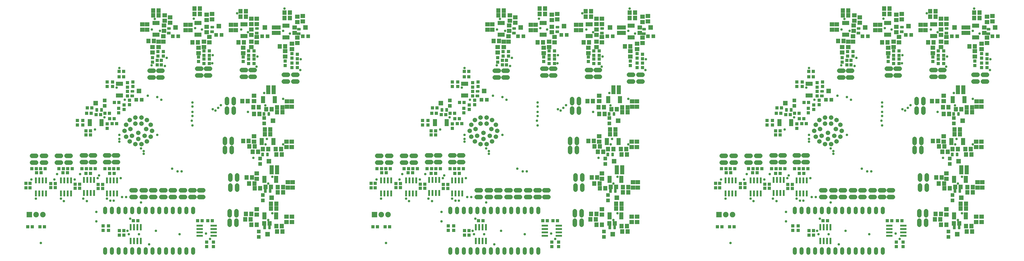
<source format=gbr>
G04 EAGLE Gerber RS-274X export*
G75*
%MOMM*%
%FSLAX34Y34*%
%LPD*%
%INSoldermask Top*%
%IPPOS*%
%AMOC8*
5,1,8,0,0,1.08239X$1,22.5*%
G01*
%ADD10R,1.203200X1.303200*%
%ADD11R,1.303200X1.203200*%
%ADD12R,1.603200X1.703200*%
%ADD13R,1.703200X1.603200*%
%ADD14C,1.727200*%
%ADD15R,1.403200X1.003200*%
%ADD16C,0.441406*%
%ADD17R,1.003200X1.403200*%
%ADD18R,2.082800X2.082800*%
%ADD19C,2.082800*%
%ADD20R,1.703200X1.803200*%
%ADD21R,1.403200X1.403200*%
%ADD22R,1.803200X1.703200*%
%ADD23C,1.511200*%
%ADD24R,1.600200X0.635000*%
%ADD25R,0.635000X1.600200*%
%ADD26R,0.803200X2.403200*%
%ADD27R,2.403200X0.803200*%
%ADD28R,0.736600X2.184400*%
%ADD29C,1.711200*%
%ADD30C,0.959600*%


D10*
X438150Y90560D03*
X438150Y107560D03*
X264160Y521580D03*
X264160Y504580D03*
D11*
X351400Y543560D03*
X334400Y543560D03*
D10*
X396240Y666360D03*
X396240Y649360D03*
X381000Y125340D03*
X381000Y108340D03*
X360680Y125340D03*
X360680Y108340D03*
D11*
X127880Y325120D03*
X110880Y325120D03*
D10*
X71120Y285360D03*
X71120Y268360D03*
X86360Y285360D03*
X86360Y268360D03*
X421640Y90560D03*
X421640Y107560D03*
D12*
X980350Y628650D03*
X1000850Y628650D03*
D13*
X1068070Y572680D03*
X1068070Y593180D03*
D12*
X972730Y563880D03*
X993230Y563880D03*
X980350Y645160D03*
X1000850Y645160D03*
D10*
X579120Y747640D03*
X579120Y730640D03*
X563880Y747640D03*
X563880Y730640D03*
D13*
X508000Y862240D03*
X508000Y882740D03*
D12*
X569050Y934720D03*
X548550Y934720D03*
D11*
X94860Y121920D03*
X77860Y121920D03*
D13*
X589280Y858430D03*
X589280Y878930D03*
X525780Y882740D03*
X525780Y862240D03*
D11*
X226940Y325120D03*
X209940Y325120D03*
X181220Y284480D03*
X164220Y284480D03*
X181220Y269240D03*
X164220Y269240D03*
D12*
X967650Y487680D03*
X988150Y487680D03*
D13*
X1068070Y421550D03*
X1068070Y442050D03*
D12*
X960030Y414020D03*
X980530Y414020D03*
D11*
X123580Y121920D03*
X140580Y121920D03*
D12*
X967650Y469900D03*
X988150Y469900D03*
D10*
X759460Y752720D03*
X759460Y735720D03*
X739140Y752720D03*
X739140Y735720D03*
D13*
X670560Y860970D03*
X670560Y881470D03*
D12*
X723990Y942340D03*
X703490Y942340D03*
D13*
X749300Y853350D03*
X749300Y873850D03*
X688340Y881470D03*
X688340Y860970D03*
D11*
X313300Y322580D03*
X296300Y322580D03*
X272660Y266700D03*
X255660Y266700D03*
X272660Y281940D03*
X255660Y281940D03*
X313300Y467360D03*
X296300Y467360D03*
D12*
X993050Y344170D03*
X1013550Y344170D03*
D13*
X1071880Y269150D03*
X1071880Y289650D03*
D12*
X970190Y271780D03*
X990690Y271780D03*
X993050Y327660D03*
X1013550Y327660D03*
D10*
X906780Y752720D03*
X906780Y735720D03*
X927100Y752720D03*
X927100Y735720D03*
D13*
X858520Y860970D03*
X858520Y881470D03*
D12*
X896710Y932180D03*
X876210Y932180D03*
D11*
X437760Y706120D03*
X420760Y706120D03*
D13*
X916940Y843190D03*
X916940Y863690D03*
X840740Y881470D03*
X840740Y860970D03*
D11*
X402200Y322580D03*
X385200Y322580D03*
X359020Y265430D03*
X342020Y265430D03*
X359020Y280670D03*
X342020Y280670D03*
D12*
X990510Y208280D03*
X1011010Y208280D03*
D13*
X1069340Y139610D03*
X1069340Y160110D03*
D12*
X965110Y134620D03*
X985610Y134620D03*
D10*
X452120Y613800D03*
X452120Y630800D03*
D12*
X990510Y190500D03*
X1011010Y190500D03*
D10*
X1089660Y737480D03*
X1089660Y720480D03*
X1069340Y737480D03*
X1069340Y720480D03*
D13*
X1018540Y850810D03*
X1018540Y871310D03*
D12*
X1061810Y927100D03*
X1041310Y927100D03*
D13*
X1079500Y850810D03*
X1079500Y871310D03*
X1002030Y871310D03*
X1002030Y850810D03*
D11*
X296300Y482600D03*
X313300Y482600D03*
D10*
X375920Y649360D03*
X375920Y666360D03*
D14*
X146050Y388620D02*
X130810Y388620D01*
X130810Y363220D02*
X146050Y363220D01*
X186690Y388620D02*
X201930Y388620D01*
X201930Y363220D02*
X186690Y363220D01*
X817880Y402590D02*
X817880Y417830D01*
X843280Y417830D02*
X843280Y402590D01*
X817880Y436880D02*
X817880Y452120D01*
X843280Y452120D02*
X843280Y436880D01*
X762000Y690880D02*
X746760Y690880D01*
X746760Y716280D02*
X762000Y716280D01*
X728980Y690880D02*
X713740Y690880D01*
X713740Y716280D02*
X728980Y716280D01*
X330200Y389890D02*
X314960Y389890D01*
X314960Y364490D02*
X330200Y364490D01*
X295910Y389890D02*
X280670Y389890D01*
X280670Y364490D02*
X295910Y364490D01*
X109220Y388620D02*
X93980Y388620D01*
X93980Y363220D02*
X109220Y363220D01*
X838200Y276860D02*
X838200Y261620D01*
X863600Y261620D02*
X863600Y276860D01*
X838200Y299720D02*
X838200Y314960D01*
X863600Y314960D02*
X863600Y299720D01*
X914400Y685800D02*
X929640Y685800D01*
X929640Y711200D02*
X914400Y711200D01*
X896620Y685800D02*
X881380Y685800D01*
X881380Y711200D02*
X896620Y711200D01*
X416560Y389890D02*
X401320Y389890D01*
X401320Y364490D02*
X416560Y364490D01*
X383540Y389890D02*
X368300Y389890D01*
X368300Y364490D02*
X383540Y364490D01*
X835660Y144780D02*
X835660Y129540D01*
X861060Y129540D02*
X861060Y144780D01*
X835660Y165100D02*
X835660Y180340D01*
X861060Y180340D02*
X861060Y165100D01*
X1074420Y668020D02*
X1089660Y668020D01*
X1089660Y693420D02*
X1074420Y693420D01*
X1054100Y668020D02*
X1038860Y668020D01*
X1038860Y693420D02*
X1054100Y693420D01*
X520700Y259080D02*
X505460Y259080D01*
X505460Y233680D02*
X520700Y233680D01*
X482600Y259080D02*
X467360Y259080D01*
X467360Y233680D02*
X482600Y233680D01*
X652780Y259080D02*
X668020Y259080D01*
X668020Y233680D02*
X652780Y233680D01*
X629920Y259080D02*
X614680Y259080D01*
X614680Y233680D02*
X629920Y233680D01*
X721360Y259080D02*
X736600Y259080D01*
X736600Y233680D02*
X721360Y233680D01*
X703580Y259080D02*
X688340Y259080D01*
X688340Y233680D02*
X703580Y233680D01*
X556260Y259080D02*
X541020Y259080D01*
X541020Y233680D02*
X556260Y233680D01*
X579120Y259080D02*
X594360Y259080D01*
X594360Y233680D02*
X579120Y233680D01*
X825500Y551180D02*
X825500Y566420D01*
X850900Y566420D02*
X850900Y551180D01*
X825500Y586740D02*
X825500Y601980D01*
X850900Y601980D02*
X850900Y586740D01*
X582930Y683260D02*
X567690Y683260D01*
X567690Y708660D02*
X582930Y708660D01*
X549910Y683260D02*
X534670Y683260D01*
X534670Y708660D02*
X549910Y708660D01*
X238760Y388620D02*
X223520Y388620D01*
X223520Y363220D02*
X238760Y363220D01*
D15*
X469900Y613300D03*
D16*
X474709Y628491D02*
X474709Y634109D01*
X474709Y628491D02*
X465091Y628491D01*
X465091Y634109D01*
X474709Y634109D01*
X474709Y632684D02*
X465091Y632684D01*
D17*
X354440Y561340D03*
D16*
X339249Y566149D02*
X333631Y566149D01*
X339249Y566149D02*
X339249Y556531D01*
X333631Y556531D01*
X333631Y566149D01*
X333631Y560724D02*
X339249Y560724D01*
X339249Y564917D02*
X333631Y564917D01*
D17*
X963820Y546100D03*
D16*
X979011Y541291D02*
X984629Y541291D01*
X979011Y541291D02*
X979011Y550909D01*
X984629Y550909D01*
X984629Y541291D01*
X984629Y545484D02*
X979011Y545484D01*
X979011Y549677D02*
X984629Y549677D01*
D15*
X607060Y849520D03*
D16*
X611869Y864711D02*
X611869Y870329D01*
X611869Y864711D02*
X602251Y864711D01*
X602251Y870329D01*
X611869Y870329D01*
X611869Y868904D02*
X602251Y868904D01*
D17*
X958740Y393700D03*
D16*
X973931Y388891D02*
X979549Y388891D01*
X973931Y388891D02*
X973931Y398509D01*
X979549Y398509D01*
X979549Y388891D01*
X979549Y393084D02*
X973931Y393084D01*
X973931Y397277D02*
X979549Y397277D01*
D15*
X769620Y854600D03*
D16*
X774429Y869791D02*
X774429Y875409D01*
X774429Y869791D02*
X764811Y869791D01*
X764811Y875409D01*
X774429Y875409D01*
X774429Y873984D02*
X764811Y873984D01*
D17*
X968900Y256540D03*
D16*
X984091Y251731D02*
X989709Y251731D01*
X984091Y251731D02*
X984091Y261349D01*
X989709Y261349D01*
X989709Y251731D01*
X989709Y255924D02*
X984091Y255924D01*
X984091Y260117D02*
X989709Y260117D01*
D15*
X937260Y849520D03*
D16*
X942069Y864711D02*
X942069Y870329D01*
X942069Y864711D02*
X932451Y864711D01*
X932451Y870329D01*
X942069Y870329D01*
X942069Y868904D02*
X932451Y868904D01*
D17*
X966360Y119380D03*
D16*
X981551Y114571D02*
X987169Y114571D01*
X981551Y114571D02*
X981551Y124189D01*
X987169Y124189D01*
X987169Y114571D01*
X987169Y118764D02*
X981551Y118764D01*
X981551Y122957D02*
X987169Y122957D01*
D15*
X1094740Y846980D03*
D16*
X1099549Y862171D02*
X1099549Y867789D01*
X1099549Y862171D02*
X1089931Y862171D01*
X1089931Y867789D01*
X1099549Y867789D01*
X1099549Y866364D02*
X1089931Y866364D01*
D11*
X770500Y144780D03*
X753500Y144780D03*
D10*
X452120Y646820D03*
X452120Y663820D03*
X472440Y649360D03*
X472440Y666360D03*
D11*
X411090Y509270D03*
X394090Y509270D03*
X402200Y528320D03*
X385200Y528320D03*
X384420Y548640D03*
X367420Y548640D03*
D10*
X375920Y491880D03*
X375920Y508880D03*
X284480Y521580D03*
X284480Y504580D03*
D11*
X315840Y548640D03*
X298840Y548640D03*
X318380Y568960D03*
X301380Y568960D03*
X732400Y144780D03*
X715400Y144780D03*
X143120Y340360D03*
X126120Y340360D03*
X93100Y340360D03*
X110100Y340360D03*
D12*
X882560Y594360D03*
X903060Y594360D03*
X924470Y571500D03*
X944970Y571500D03*
X927010Y546100D03*
X947510Y546100D03*
D13*
X927100Y614770D03*
X927100Y594270D03*
X1050290Y572680D03*
X1050290Y593180D03*
D12*
X1013370Y570230D03*
X1033870Y570230D03*
X1013370Y552450D03*
X1033870Y552450D03*
D13*
X546100Y777150D03*
X546100Y797650D03*
D10*
X749300Y64380D03*
X749300Y47380D03*
X546100Y757800D03*
X546100Y740800D03*
X566420Y763660D03*
X566420Y780660D03*
X586740Y763660D03*
X586740Y780660D03*
D13*
X568960Y797470D03*
X568960Y817970D03*
X586740Y817790D03*
X586740Y838290D03*
D12*
X530770Y820420D03*
X551270Y820420D03*
X569050Y916940D03*
X548550Y916940D03*
D13*
X591820Y896530D03*
X591820Y917030D03*
X612140Y888910D03*
X612140Y909410D03*
D10*
X774700Y47380D03*
X774700Y64380D03*
D11*
X244720Y340360D03*
X227720Y340360D03*
X194700Y340360D03*
X211700Y340360D03*
D12*
X886370Y444500D03*
X906870Y444500D03*
X909230Y424180D03*
X929730Y424180D03*
X921930Y403860D03*
X942430Y403860D03*
D13*
X927100Y462370D03*
X927100Y441870D03*
X1049020Y421550D03*
X1049020Y442050D03*
D12*
X1008290Y414020D03*
X1028790Y414020D03*
X1010830Y393700D03*
X1031330Y393700D03*
D10*
X718820Y760340D03*
X718820Y743340D03*
X419100Y550300D03*
X419100Y567300D03*
X739140Y766200D03*
X739140Y783200D03*
X759460Y766200D03*
X759460Y783200D03*
D13*
X718820Y774610D03*
X718820Y795110D03*
X739140Y797470D03*
X739140Y817970D03*
X759460Y815250D03*
X759460Y835750D03*
D12*
X695870Y815340D03*
X716370Y815340D03*
X723990Y922020D03*
X703490Y922020D03*
D13*
X749300Y899070D03*
X749300Y919570D03*
X769620Y901610D03*
X769620Y922110D03*
D10*
X439420Y563000D03*
X439420Y580000D03*
D11*
X331080Y340360D03*
X314080Y340360D03*
X281060Y340360D03*
X298060Y340360D03*
D12*
X899070Y307340D03*
X919570Y307340D03*
X907960Y284480D03*
X928460Y284480D03*
X929550Y266700D03*
X950050Y266700D03*
D13*
X937260Y322670D03*
X937260Y302170D03*
X1054100Y269150D03*
X1054100Y289650D03*
D12*
X1015910Y270510D03*
X1036410Y270510D03*
X1015910Y251460D03*
X1036410Y251460D03*
D10*
X886460Y760340D03*
X886460Y743340D03*
X459740Y580780D03*
X459740Y597780D03*
X906780Y766200D03*
X906780Y783200D03*
X927100Y766200D03*
X927100Y783200D03*
D13*
X886460Y774610D03*
X886460Y795110D03*
X916940Y797470D03*
X916940Y817970D03*
X937260Y815250D03*
X937260Y835750D03*
D12*
X868590Y815340D03*
X889090Y815340D03*
X896710Y911860D03*
X876210Y911860D03*
D13*
X916940Y883830D03*
X916940Y904330D03*
X937260Y883830D03*
X937260Y904330D03*
D11*
X402980Y589280D03*
X419980Y589280D03*
X417440Y340360D03*
X400440Y340360D03*
X367420Y340360D03*
X384420Y340360D03*
D12*
X896530Y170180D03*
X917030Y170180D03*
X893990Y149860D03*
X914490Y149860D03*
X916850Y129540D03*
X937350Y129540D03*
D13*
X937260Y188050D03*
X937260Y167550D03*
X1049020Y139610D03*
X1049020Y160110D03*
D12*
X1010830Y124460D03*
X1031330Y124460D03*
X1013370Y104140D03*
X1033870Y104140D03*
D10*
X1043940Y745100D03*
X1043940Y728100D03*
D11*
X437760Y685800D03*
X420760Y685800D03*
D10*
X1069340Y756040D03*
X1069340Y773040D03*
X1089660Y753500D03*
X1089660Y770500D03*
D13*
X1043940Y761910D03*
X1043940Y782410D03*
X1069340Y789850D03*
X1069340Y810350D03*
X1089660Y812710D03*
X1089660Y833210D03*
D12*
X1023530Y800100D03*
X1044030Y800100D03*
X1061810Y906780D03*
X1041310Y906780D03*
D13*
X1089660Y891450D03*
X1089660Y911950D03*
X1109980Y893990D03*
X1109980Y914490D03*
D18*
X83820Y167640D03*
D19*
X109220Y167640D03*
X134620Y167640D03*
D20*
X495300Y632220D03*
D21*
X485300Y598970D03*
X505300Y598970D03*
D20*
X1120140Y870980D03*
D21*
X1110140Y837730D03*
X1130140Y837730D03*
D22*
X332980Y586740D03*
D21*
X366230Y576740D03*
X366230Y596740D03*
D22*
X997980Y520700D03*
D21*
X964730Y530700D03*
X964730Y510700D03*
D20*
X632460Y870980D03*
D21*
X622460Y837730D03*
X642460Y837730D03*
D22*
X982740Y368300D03*
D21*
X949490Y378300D03*
X949490Y358300D03*
D20*
X795020Y876060D03*
D21*
X785020Y842810D03*
X805020Y842810D03*
D22*
X992900Y231140D03*
D21*
X959650Y241140D03*
X959650Y221140D03*
D20*
X967740Y870980D03*
D21*
X957740Y837730D03*
X977740Y837730D03*
D22*
X977660Y93980D03*
D21*
X944410Y103980D03*
X944410Y83980D03*
D23*
X393700Y176340D02*
X393700Y189420D01*
X698500Y189420D02*
X698500Y176340D01*
X673100Y176340D02*
X673100Y189420D01*
X647700Y189420D02*
X647700Y176340D01*
X622300Y176340D02*
X622300Y189420D01*
X596900Y189420D02*
X596900Y176340D01*
X571500Y176340D02*
X571500Y189420D01*
X546100Y189420D02*
X546100Y176340D01*
X520700Y176340D02*
X520700Y189420D01*
X495300Y189420D02*
X495300Y176340D01*
X469900Y176340D02*
X469900Y189420D01*
X698500Y37020D02*
X698500Y23940D01*
X673100Y23940D02*
X673100Y37020D01*
X520700Y37020D02*
X520700Y23940D01*
X495300Y23940D02*
X495300Y37020D01*
X469900Y37020D02*
X469900Y23940D01*
X444500Y23940D02*
X444500Y37020D01*
X368300Y37020D02*
X368300Y23940D01*
X368300Y176340D02*
X368300Y189420D01*
X419100Y189420D02*
X419100Y176340D01*
X444500Y176340D02*
X444500Y189420D01*
X393700Y37020D02*
X393700Y23940D01*
X419100Y23940D02*
X419100Y37020D01*
X647700Y37020D02*
X647700Y23940D01*
X546100Y23940D02*
X546100Y37020D01*
X571500Y37020D02*
X571500Y23940D01*
X596900Y23940D02*
X596900Y37020D01*
X622300Y37020D02*
X622300Y23940D01*
D24*
X955802Y451710D03*
X955802Y445210D03*
X955802Y438710D03*
X955802Y432210D03*
X999998Y432210D03*
X999998Y438710D03*
X999998Y445210D03*
X999998Y451710D03*
D25*
X706530Y844042D03*
X713030Y844042D03*
X719530Y844042D03*
X726030Y844042D03*
X726030Y888238D03*
X719530Y888238D03*
X713030Y888238D03*
X706530Y888238D03*
D24*
X965962Y309470D03*
X965962Y302970D03*
X965962Y296470D03*
X965962Y289970D03*
X1010158Y289970D03*
X1010158Y296470D03*
X1010158Y302970D03*
X1010158Y309470D03*
D25*
X879250Y838962D03*
X885750Y838962D03*
X892250Y838962D03*
X898750Y838962D03*
X898750Y883158D03*
X892250Y883158D03*
X885750Y883158D03*
X879250Y883158D03*
D24*
X965962Y172310D03*
X965962Y165810D03*
X965962Y159310D03*
X965962Y152810D03*
X1010158Y152810D03*
X1010158Y159310D03*
X1010158Y165810D03*
X1010158Y172310D03*
D25*
X1036730Y833882D03*
X1043230Y833882D03*
X1049730Y833882D03*
X1056230Y833882D03*
X1056230Y878078D03*
X1049730Y878078D03*
X1043230Y878078D03*
X1036730Y878078D03*
D26*
X476250Y67980D03*
X476250Y119980D03*
X463550Y67980D03*
X488950Y67980D03*
X501650Y67980D03*
X463550Y119980D03*
X488950Y119980D03*
X501650Y119980D03*
D27*
X723300Y113030D03*
X775300Y113030D03*
X723300Y125730D03*
X723300Y100330D03*
X723300Y87630D03*
X775300Y125730D03*
X775300Y100330D03*
X775300Y87630D03*
D25*
X411890Y615442D03*
X418390Y615442D03*
X424890Y615442D03*
X431390Y615442D03*
X431390Y659638D03*
X424890Y659638D03*
X418390Y659638D03*
X411890Y659638D03*
D24*
X354838Y503330D03*
X354838Y509830D03*
X354838Y516330D03*
X354838Y522830D03*
X310642Y522830D03*
X310642Y516330D03*
X310642Y509830D03*
X310642Y503330D03*
X960882Y609190D03*
X960882Y602690D03*
X960882Y596190D03*
X960882Y589690D03*
X1005078Y589690D03*
X1005078Y596190D03*
X1005078Y602690D03*
X1005078Y609190D03*
D25*
X549050Y844042D03*
X555550Y844042D03*
X562050Y844042D03*
X568550Y844042D03*
X568550Y888238D03*
X562050Y888238D03*
X555550Y888238D03*
X549050Y888238D03*
D28*
X146050Y296418D03*
X133350Y296418D03*
X120650Y296418D03*
X107950Y296418D03*
X107950Y247142D03*
X120650Y247142D03*
X133350Y247142D03*
X146050Y247142D03*
X240030Y296418D03*
X227330Y296418D03*
X214630Y296418D03*
X201930Y296418D03*
X201930Y247142D03*
X214630Y247142D03*
X227330Y247142D03*
X240030Y247142D03*
X326390Y297688D03*
X313690Y297688D03*
X300990Y297688D03*
X288290Y297688D03*
X288290Y248412D03*
X300990Y248412D03*
X313690Y248412D03*
X326390Y248412D03*
X412750Y296418D03*
X400050Y296418D03*
X387350Y296418D03*
X374650Y296418D03*
X374650Y247142D03*
X387350Y247142D03*
X400050Y247142D03*
X412750Y247142D03*
D11*
X474100Y144780D03*
X491100Y144780D03*
D29*
X504190Y532638D03*
X524764Y522732D03*
X538988Y504952D03*
X544322Y482600D03*
X538988Y460248D03*
X524764Y442468D03*
X504190Y432562D03*
X481330Y432562D03*
X460756Y442468D03*
X446532Y460248D03*
X441198Y482600D03*
X460756Y522732D03*
X481330Y532638D03*
X504190Y509778D03*
X522478Y489204D03*
X516382Y463550D03*
X469138Y463550D03*
X463042Y489204D03*
X481330Y509778D03*
X492760Y474980D03*
X492760Y452120D03*
X446532Y504952D03*
D10*
X1733550Y90560D03*
X1733550Y107560D03*
X1559560Y521580D03*
X1559560Y504580D03*
D11*
X1646800Y543560D03*
X1629800Y543560D03*
D10*
X1691640Y666360D03*
X1691640Y649360D03*
X1676400Y125340D03*
X1676400Y108340D03*
X1656080Y125340D03*
X1656080Y108340D03*
D11*
X1423280Y325120D03*
X1406280Y325120D03*
D10*
X1366520Y285360D03*
X1366520Y268360D03*
X1381760Y285360D03*
X1381760Y268360D03*
X1717040Y90560D03*
X1717040Y107560D03*
D12*
X2275750Y628650D03*
X2296250Y628650D03*
D13*
X2363470Y572680D03*
X2363470Y593180D03*
D12*
X2268130Y563880D03*
X2288630Y563880D03*
X2275750Y645160D03*
X2296250Y645160D03*
D10*
X1874520Y747640D03*
X1874520Y730640D03*
X1859280Y747640D03*
X1859280Y730640D03*
D13*
X1803400Y862240D03*
X1803400Y882740D03*
D12*
X1864450Y934720D03*
X1843950Y934720D03*
D11*
X1390260Y121920D03*
X1373260Y121920D03*
D13*
X1884680Y858430D03*
X1884680Y878930D03*
X1821180Y882740D03*
X1821180Y862240D03*
D11*
X1522340Y325120D03*
X1505340Y325120D03*
X1476620Y284480D03*
X1459620Y284480D03*
X1476620Y269240D03*
X1459620Y269240D03*
D12*
X2263050Y487680D03*
X2283550Y487680D03*
D13*
X2363470Y421550D03*
X2363470Y442050D03*
D12*
X2255430Y414020D03*
X2275930Y414020D03*
D11*
X1418980Y121920D03*
X1435980Y121920D03*
D12*
X2263050Y469900D03*
X2283550Y469900D03*
D10*
X2054860Y752720D03*
X2054860Y735720D03*
X2034540Y752720D03*
X2034540Y735720D03*
D13*
X1965960Y860970D03*
X1965960Y881470D03*
D12*
X2019390Y942340D03*
X1998890Y942340D03*
D13*
X2044700Y853350D03*
X2044700Y873850D03*
X1983740Y881470D03*
X1983740Y860970D03*
D11*
X1608700Y322580D03*
X1591700Y322580D03*
X1568060Y266700D03*
X1551060Y266700D03*
X1568060Y281940D03*
X1551060Y281940D03*
X1608700Y467360D03*
X1591700Y467360D03*
D12*
X2288450Y344170D03*
X2308950Y344170D03*
D13*
X2367280Y269150D03*
X2367280Y289650D03*
D12*
X2265590Y271780D03*
X2286090Y271780D03*
X2288450Y327660D03*
X2308950Y327660D03*
D10*
X2202180Y752720D03*
X2202180Y735720D03*
X2222500Y752720D03*
X2222500Y735720D03*
D13*
X2153920Y860970D03*
X2153920Y881470D03*
D12*
X2192110Y932180D03*
X2171610Y932180D03*
D11*
X1733160Y706120D03*
X1716160Y706120D03*
D13*
X2212340Y843190D03*
X2212340Y863690D03*
X2136140Y881470D03*
X2136140Y860970D03*
D11*
X1697600Y322580D03*
X1680600Y322580D03*
X1654420Y265430D03*
X1637420Y265430D03*
X1654420Y280670D03*
X1637420Y280670D03*
D12*
X2285910Y208280D03*
X2306410Y208280D03*
D13*
X2364740Y139610D03*
X2364740Y160110D03*
D12*
X2260510Y134620D03*
X2281010Y134620D03*
D10*
X1747520Y613800D03*
X1747520Y630800D03*
D12*
X2285910Y190500D03*
X2306410Y190500D03*
D10*
X2385060Y737480D03*
X2385060Y720480D03*
X2364740Y737480D03*
X2364740Y720480D03*
D13*
X2313940Y850810D03*
X2313940Y871310D03*
D12*
X2357210Y927100D03*
X2336710Y927100D03*
D13*
X2374900Y850810D03*
X2374900Y871310D03*
X2297430Y871310D03*
X2297430Y850810D03*
D11*
X1591700Y482600D03*
X1608700Y482600D03*
D10*
X1671320Y649360D03*
X1671320Y666360D03*
D14*
X1441450Y388620D02*
X1426210Y388620D01*
X1426210Y363220D02*
X1441450Y363220D01*
X1482090Y388620D02*
X1497330Y388620D01*
X1497330Y363220D02*
X1482090Y363220D01*
X2113280Y402590D02*
X2113280Y417830D01*
X2138680Y417830D02*
X2138680Y402590D01*
X2113280Y436880D02*
X2113280Y452120D01*
X2138680Y452120D02*
X2138680Y436880D01*
X2057400Y690880D02*
X2042160Y690880D01*
X2042160Y716280D02*
X2057400Y716280D01*
X2024380Y690880D02*
X2009140Y690880D01*
X2009140Y716280D02*
X2024380Y716280D01*
X1625600Y389890D02*
X1610360Y389890D01*
X1610360Y364490D02*
X1625600Y364490D01*
X1591310Y389890D02*
X1576070Y389890D01*
X1576070Y364490D02*
X1591310Y364490D01*
X1404620Y388620D02*
X1389380Y388620D01*
X1389380Y363220D02*
X1404620Y363220D01*
X2133600Y276860D02*
X2133600Y261620D01*
X2159000Y261620D02*
X2159000Y276860D01*
X2133600Y299720D02*
X2133600Y314960D01*
X2159000Y314960D02*
X2159000Y299720D01*
X2209800Y685800D02*
X2225040Y685800D01*
X2225040Y711200D02*
X2209800Y711200D01*
X2192020Y685800D02*
X2176780Y685800D01*
X2176780Y711200D02*
X2192020Y711200D01*
X1711960Y389890D02*
X1696720Y389890D01*
X1696720Y364490D02*
X1711960Y364490D01*
X1678940Y389890D02*
X1663700Y389890D01*
X1663700Y364490D02*
X1678940Y364490D01*
X2131060Y144780D02*
X2131060Y129540D01*
X2156460Y129540D02*
X2156460Y144780D01*
X2131060Y165100D02*
X2131060Y180340D01*
X2156460Y180340D02*
X2156460Y165100D01*
X2369820Y668020D02*
X2385060Y668020D01*
X2385060Y693420D02*
X2369820Y693420D01*
X2349500Y668020D02*
X2334260Y668020D01*
X2334260Y693420D02*
X2349500Y693420D01*
X1816100Y259080D02*
X1800860Y259080D01*
X1800860Y233680D02*
X1816100Y233680D01*
X1778000Y259080D02*
X1762760Y259080D01*
X1762760Y233680D02*
X1778000Y233680D01*
X1948180Y259080D02*
X1963420Y259080D01*
X1963420Y233680D02*
X1948180Y233680D01*
X1925320Y259080D02*
X1910080Y259080D01*
X1910080Y233680D02*
X1925320Y233680D01*
X2016760Y259080D02*
X2032000Y259080D01*
X2032000Y233680D02*
X2016760Y233680D01*
X1998980Y259080D02*
X1983740Y259080D01*
X1983740Y233680D02*
X1998980Y233680D01*
X1851660Y259080D02*
X1836420Y259080D01*
X1836420Y233680D02*
X1851660Y233680D01*
X1874520Y259080D02*
X1889760Y259080D01*
X1889760Y233680D02*
X1874520Y233680D01*
X2120900Y551180D02*
X2120900Y566420D01*
X2146300Y566420D02*
X2146300Y551180D01*
X2120900Y586740D02*
X2120900Y601980D01*
X2146300Y601980D02*
X2146300Y586740D01*
X1878330Y683260D02*
X1863090Y683260D01*
X1863090Y708660D02*
X1878330Y708660D01*
X1845310Y683260D02*
X1830070Y683260D01*
X1830070Y708660D02*
X1845310Y708660D01*
X1534160Y388620D02*
X1518920Y388620D01*
X1518920Y363220D02*
X1534160Y363220D01*
D15*
X1765300Y613300D03*
D16*
X1770109Y628491D02*
X1770109Y634109D01*
X1770109Y628491D02*
X1760491Y628491D01*
X1760491Y634109D01*
X1770109Y634109D01*
X1770109Y632684D02*
X1760491Y632684D01*
D17*
X1649840Y561340D03*
D16*
X1634649Y566149D02*
X1629031Y566149D01*
X1634649Y566149D02*
X1634649Y556531D01*
X1629031Y556531D01*
X1629031Y566149D01*
X1629031Y560724D02*
X1634649Y560724D01*
X1634649Y564917D02*
X1629031Y564917D01*
D17*
X2259220Y546100D03*
D16*
X2274411Y541291D02*
X2280029Y541291D01*
X2274411Y541291D02*
X2274411Y550909D01*
X2280029Y550909D01*
X2280029Y541291D01*
X2280029Y545484D02*
X2274411Y545484D01*
X2274411Y549677D02*
X2280029Y549677D01*
D15*
X1902460Y849520D03*
D16*
X1907269Y864711D02*
X1907269Y870329D01*
X1907269Y864711D02*
X1897651Y864711D01*
X1897651Y870329D01*
X1907269Y870329D01*
X1907269Y868904D02*
X1897651Y868904D01*
D17*
X2254140Y393700D03*
D16*
X2269331Y388891D02*
X2274949Y388891D01*
X2269331Y388891D02*
X2269331Y398509D01*
X2274949Y398509D01*
X2274949Y388891D01*
X2274949Y393084D02*
X2269331Y393084D01*
X2269331Y397277D02*
X2274949Y397277D01*
D15*
X2065020Y854600D03*
D16*
X2069829Y869791D02*
X2069829Y875409D01*
X2069829Y869791D02*
X2060211Y869791D01*
X2060211Y875409D01*
X2069829Y875409D01*
X2069829Y873984D02*
X2060211Y873984D01*
D17*
X2264300Y256540D03*
D16*
X2279491Y251731D02*
X2285109Y251731D01*
X2279491Y251731D02*
X2279491Y261349D01*
X2285109Y261349D01*
X2285109Y251731D01*
X2285109Y255924D02*
X2279491Y255924D01*
X2279491Y260117D02*
X2285109Y260117D01*
D15*
X2232660Y849520D03*
D16*
X2237469Y864711D02*
X2237469Y870329D01*
X2237469Y864711D02*
X2227851Y864711D01*
X2227851Y870329D01*
X2237469Y870329D01*
X2237469Y868904D02*
X2227851Y868904D01*
D17*
X2261760Y119380D03*
D16*
X2276951Y114571D02*
X2282569Y114571D01*
X2276951Y114571D02*
X2276951Y124189D01*
X2282569Y124189D01*
X2282569Y114571D01*
X2282569Y118764D02*
X2276951Y118764D01*
X2276951Y122957D02*
X2282569Y122957D01*
D15*
X2390140Y846980D03*
D16*
X2394949Y862171D02*
X2394949Y867789D01*
X2394949Y862171D02*
X2385331Y862171D01*
X2385331Y867789D01*
X2394949Y867789D01*
X2394949Y866364D02*
X2385331Y866364D01*
D11*
X2065900Y144780D03*
X2048900Y144780D03*
D10*
X1747520Y646820D03*
X1747520Y663820D03*
X1767840Y649360D03*
X1767840Y666360D03*
D11*
X1706490Y509270D03*
X1689490Y509270D03*
X1697600Y528320D03*
X1680600Y528320D03*
X1679820Y548640D03*
X1662820Y548640D03*
D10*
X1671320Y491880D03*
X1671320Y508880D03*
X1579880Y521580D03*
X1579880Y504580D03*
D11*
X1611240Y548640D03*
X1594240Y548640D03*
X1613780Y568960D03*
X1596780Y568960D03*
X2027800Y144780D03*
X2010800Y144780D03*
X1438520Y340360D03*
X1421520Y340360D03*
X1388500Y340360D03*
X1405500Y340360D03*
D12*
X2177960Y594360D03*
X2198460Y594360D03*
X2219870Y571500D03*
X2240370Y571500D03*
X2222410Y546100D03*
X2242910Y546100D03*
D13*
X2222500Y614770D03*
X2222500Y594270D03*
X2345690Y572680D03*
X2345690Y593180D03*
D12*
X2308770Y570230D03*
X2329270Y570230D03*
X2308770Y552450D03*
X2329270Y552450D03*
D13*
X1841500Y777150D03*
X1841500Y797650D03*
D10*
X2044700Y64380D03*
X2044700Y47380D03*
X1841500Y757800D03*
X1841500Y740800D03*
X1861820Y763660D03*
X1861820Y780660D03*
X1882140Y763660D03*
X1882140Y780660D03*
D13*
X1864360Y797470D03*
X1864360Y817970D03*
X1882140Y817790D03*
X1882140Y838290D03*
D12*
X1826170Y820420D03*
X1846670Y820420D03*
X1864450Y916940D03*
X1843950Y916940D03*
D13*
X1887220Y896530D03*
X1887220Y917030D03*
X1907540Y888910D03*
X1907540Y909410D03*
D10*
X2070100Y47380D03*
X2070100Y64380D03*
D11*
X1540120Y340360D03*
X1523120Y340360D03*
X1490100Y340360D03*
X1507100Y340360D03*
D12*
X2181770Y444500D03*
X2202270Y444500D03*
X2204630Y424180D03*
X2225130Y424180D03*
X2217330Y403860D03*
X2237830Y403860D03*
D13*
X2222500Y462370D03*
X2222500Y441870D03*
X2344420Y421550D03*
X2344420Y442050D03*
D12*
X2303690Y414020D03*
X2324190Y414020D03*
X2306230Y393700D03*
X2326730Y393700D03*
D10*
X2014220Y760340D03*
X2014220Y743340D03*
X1714500Y550300D03*
X1714500Y567300D03*
X2034540Y766200D03*
X2034540Y783200D03*
X2054860Y766200D03*
X2054860Y783200D03*
D13*
X2014220Y774610D03*
X2014220Y795110D03*
X2034540Y797470D03*
X2034540Y817970D03*
X2054860Y815250D03*
X2054860Y835750D03*
D12*
X1991270Y815340D03*
X2011770Y815340D03*
X2019390Y922020D03*
X1998890Y922020D03*
D13*
X2044700Y899070D03*
X2044700Y919570D03*
X2065020Y901610D03*
X2065020Y922110D03*
D10*
X1734820Y563000D03*
X1734820Y580000D03*
D11*
X1626480Y340360D03*
X1609480Y340360D03*
X1576460Y340360D03*
X1593460Y340360D03*
D12*
X2194470Y307340D03*
X2214970Y307340D03*
X2203360Y284480D03*
X2223860Y284480D03*
X2224950Y266700D03*
X2245450Y266700D03*
D13*
X2232660Y322670D03*
X2232660Y302170D03*
X2349500Y269150D03*
X2349500Y289650D03*
D12*
X2311310Y270510D03*
X2331810Y270510D03*
X2311310Y251460D03*
X2331810Y251460D03*
D10*
X2181860Y760340D03*
X2181860Y743340D03*
X1755140Y580780D03*
X1755140Y597780D03*
X2202180Y766200D03*
X2202180Y783200D03*
X2222500Y766200D03*
X2222500Y783200D03*
D13*
X2181860Y774610D03*
X2181860Y795110D03*
X2212340Y797470D03*
X2212340Y817970D03*
X2232660Y815250D03*
X2232660Y835750D03*
D12*
X2163990Y815340D03*
X2184490Y815340D03*
X2192110Y911860D03*
X2171610Y911860D03*
D13*
X2212340Y883830D03*
X2212340Y904330D03*
X2232660Y883830D03*
X2232660Y904330D03*
D11*
X1698380Y589280D03*
X1715380Y589280D03*
X1712840Y340360D03*
X1695840Y340360D03*
X1662820Y340360D03*
X1679820Y340360D03*
D12*
X2191930Y170180D03*
X2212430Y170180D03*
X2189390Y149860D03*
X2209890Y149860D03*
X2212250Y129540D03*
X2232750Y129540D03*
D13*
X2232660Y188050D03*
X2232660Y167550D03*
X2344420Y139610D03*
X2344420Y160110D03*
D12*
X2306230Y124460D03*
X2326730Y124460D03*
X2308770Y104140D03*
X2329270Y104140D03*
D10*
X2339340Y745100D03*
X2339340Y728100D03*
D11*
X1733160Y685800D03*
X1716160Y685800D03*
D10*
X2364740Y756040D03*
X2364740Y773040D03*
X2385060Y753500D03*
X2385060Y770500D03*
D13*
X2339340Y761910D03*
X2339340Y782410D03*
X2364740Y789850D03*
X2364740Y810350D03*
X2385060Y812710D03*
X2385060Y833210D03*
D12*
X2318930Y800100D03*
X2339430Y800100D03*
X2357210Y906780D03*
X2336710Y906780D03*
D13*
X2385060Y891450D03*
X2385060Y911950D03*
X2405380Y893990D03*
X2405380Y914490D03*
D18*
X1379220Y167640D03*
D19*
X1404620Y167640D03*
X1430020Y167640D03*
D20*
X1790700Y632220D03*
D21*
X1780700Y598970D03*
X1800700Y598970D03*
D20*
X2415540Y870980D03*
D21*
X2405540Y837730D03*
X2425540Y837730D03*
D22*
X1628380Y586740D03*
D21*
X1661630Y576740D03*
X1661630Y596740D03*
D22*
X2293380Y520700D03*
D21*
X2260130Y530700D03*
X2260130Y510700D03*
D20*
X1927860Y870980D03*
D21*
X1917860Y837730D03*
X1937860Y837730D03*
D22*
X2278140Y368300D03*
D21*
X2244890Y378300D03*
X2244890Y358300D03*
D20*
X2090420Y876060D03*
D21*
X2080420Y842810D03*
X2100420Y842810D03*
D22*
X2288300Y231140D03*
D21*
X2255050Y241140D03*
X2255050Y221140D03*
D20*
X2263140Y870980D03*
D21*
X2253140Y837730D03*
X2273140Y837730D03*
D22*
X2273060Y93980D03*
D21*
X2239810Y103980D03*
X2239810Y83980D03*
D23*
X1689100Y176340D02*
X1689100Y189420D01*
X1993900Y189420D02*
X1993900Y176340D01*
X1968500Y176340D02*
X1968500Y189420D01*
X1943100Y189420D02*
X1943100Y176340D01*
X1917700Y176340D02*
X1917700Y189420D01*
X1892300Y189420D02*
X1892300Y176340D01*
X1866900Y176340D02*
X1866900Y189420D01*
X1841500Y189420D02*
X1841500Y176340D01*
X1816100Y176340D02*
X1816100Y189420D01*
X1790700Y189420D02*
X1790700Y176340D01*
X1765300Y176340D02*
X1765300Y189420D01*
X1993900Y37020D02*
X1993900Y23940D01*
X1968500Y23940D02*
X1968500Y37020D01*
X1816100Y37020D02*
X1816100Y23940D01*
X1790700Y23940D02*
X1790700Y37020D01*
X1765300Y37020D02*
X1765300Y23940D01*
X1739900Y23940D02*
X1739900Y37020D01*
X1663700Y37020D02*
X1663700Y23940D01*
X1663700Y176340D02*
X1663700Y189420D01*
X1714500Y189420D02*
X1714500Y176340D01*
X1739900Y176340D02*
X1739900Y189420D01*
X1689100Y37020D02*
X1689100Y23940D01*
X1714500Y23940D02*
X1714500Y37020D01*
X1943100Y37020D02*
X1943100Y23940D01*
X1841500Y23940D02*
X1841500Y37020D01*
X1866900Y37020D02*
X1866900Y23940D01*
X1892300Y23940D02*
X1892300Y37020D01*
X1917700Y37020D02*
X1917700Y23940D01*
D24*
X2251202Y451710D03*
X2251202Y445210D03*
X2251202Y438710D03*
X2251202Y432210D03*
X2295398Y432210D03*
X2295398Y438710D03*
X2295398Y445210D03*
X2295398Y451710D03*
D25*
X2001930Y844042D03*
X2008430Y844042D03*
X2014930Y844042D03*
X2021430Y844042D03*
X2021430Y888238D03*
X2014930Y888238D03*
X2008430Y888238D03*
X2001930Y888238D03*
D24*
X2261362Y309470D03*
X2261362Y302970D03*
X2261362Y296470D03*
X2261362Y289970D03*
X2305558Y289970D03*
X2305558Y296470D03*
X2305558Y302970D03*
X2305558Y309470D03*
D25*
X2174650Y838962D03*
X2181150Y838962D03*
X2187650Y838962D03*
X2194150Y838962D03*
X2194150Y883158D03*
X2187650Y883158D03*
X2181150Y883158D03*
X2174650Y883158D03*
D24*
X2261362Y172310D03*
X2261362Y165810D03*
X2261362Y159310D03*
X2261362Y152810D03*
X2305558Y152810D03*
X2305558Y159310D03*
X2305558Y165810D03*
X2305558Y172310D03*
D25*
X2332130Y833882D03*
X2338630Y833882D03*
X2345130Y833882D03*
X2351630Y833882D03*
X2351630Y878078D03*
X2345130Y878078D03*
X2338630Y878078D03*
X2332130Y878078D03*
D26*
X1771650Y67980D03*
X1771650Y119980D03*
X1758950Y67980D03*
X1784350Y67980D03*
X1797050Y67980D03*
X1758950Y119980D03*
X1784350Y119980D03*
X1797050Y119980D03*
D27*
X2018700Y113030D03*
X2070700Y113030D03*
X2018700Y125730D03*
X2018700Y100330D03*
X2018700Y87630D03*
X2070700Y125730D03*
X2070700Y100330D03*
X2070700Y87630D03*
D25*
X1707290Y615442D03*
X1713790Y615442D03*
X1720290Y615442D03*
X1726790Y615442D03*
X1726790Y659638D03*
X1720290Y659638D03*
X1713790Y659638D03*
X1707290Y659638D03*
D24*
X1650238Y503330D03*
X1650238Y509830D03*
X1650238Y516330D03*
X1650238Y522830D03*
X1606042Y522830D03*
X1606042Y516330D03*
X1606042Y509830D03*
X1606042Y503330D03*
X2256282Y609190D03*
X2256282Y602690D03*
X2256282Y596190D03*
X2256282Y589690D03*
X2300478Y589690D03*
X2300478Y596190D03*
X2300478Y602690D03*
X2300478Y609190D03*
D25*
X1844450Y844042D03*
X1850950Y844042D03*
X1857450Y844042D03*
X1863950Y844042D03*
X1863950Y888238D03*
X1857450Y888238D03*
X1850950Y888238D03*
X1844450Y888238D03*
D28*
X1441450Y296418D03*
X1428750Y296418D03*
X1416050Y296418D03*
X1403350Y296418D03*
X1403350Y247142D03*
X1416050Y247142D03*
X1428750Y247142D03*
X1441450Y247142D03*
X1535430Y296418D03*
X1522730Y296418D03*
X1510030Y296418D03*
X1497330Y296418D03*
X1497330Y247142D03*
X1510030Y247142D03*
X1522730Y247142D03*
X1535430Y247142D03*
X1621790Y297688D03*
X1609090Y297688D03*
X1596390Y297688D03*
X1583690Y297688D03*
X1583690Y248412D03*
X1596390Y248412D03*
X1609090Y248412D03*
X1621790Y248412D03*
X1708150Y296418D03*
X1695450Y296418D03*
X1682750Y296418D03*
X1670050Y296418D03*
X1670050Y247142D03*
X1682750Y247142D03*
X1695450Y247142D03*
X1708150Y247142D03*
D11*
X1769500Y144780D03*
X1786500Y144780D03*
D29*
X1799590Y532638D03*
X1820164Y522732D03*
X1834388Y504952D03*
X1839722Y482600D03*
X1834388Y460248D03*
X1820164Y442468D03*
X1799590Y432562D03*
X1776730Y432562D03*
X1756156Y442468D03*
X1741932Y460248D03*
X1736598Y482600D03*
X1756156Y522732D03*
X1776730Y532638D03*
X1799590Y509778D03*
X1817878Y489204D03*
X1811782Y463550D03*
X1764538Y463550D03*
X1758442Y489204D03*
X1776730Y509778D03*
X1788160Y474980D03*
X1788160Y452120D03*
X1741932Y504952D03*
D10*
X3026410Y90560D03*
X3026410Y107560D03*
X2852420Y521580D03*
X2852420Y504580D03*
D11*
X2939660Y543560D03*
X2922660Y543560D03*
D10*
X2984500Y666360D03*
X2984500Y649360D03*
X2969260Y125340D03*
X2969260Y108340D03*
X2948940Y125340D03*
X2948940Y108340D03*
D11*
X2716140Y325120D03*
X2699140Y325120D03*
D10*
X2659380Y285360D03*
X2659380Y268360D03*
X2674620Y285360D03*
X2674620Y268360D03*
X3009900Y90560D03*
X3009900Y107560D03*
D12*
X3568610Y628650D03*
X3589110Y628650D03*
D13*
X3656330Y572680D03*
X3656330Y593180D03*
D12*
X3560990Y563880D03*
X3581490Y563880D03*
X3568610Y645160D03*
X3589110Y645160D03*
D10*
X3167380Y747640D03*
X3167380Y730640D03*
X3152140Y747640D03*
X3152140Y730640D03*
D13*
X3096260Y862240D03*
X3096260Y882740D03*
D12*
X3157310Y934720D03*
X3136810Y934720D03*
D11*
X2683120Y121920D03*
X2666120Y121920D03*
D13*
X3177540Y858430D03*
X3177540Y878930D03*
X3114040Y882740D03*
X3114040Y862240D03*
D11*
X2815200Y325120D03*
X2798200Y325120D03*
X2769480Y284480D03*
X2752480Y284480D03*
X2769480Y269240D03*
X2752480Y269240D03*
D12*
X3555910Y487680D03*
X3576410Y487680D03*
D13*
X3656330Y421550D03*
X3656330Y442050D03*
D12*
X3548290Y414020D03*
X3568790Y414020D03*
D11*
X2711840Y121920D03*
X2728840Y121920D03*
D12*
X3555910Y469900D03*
X3576410Y469900D03*
D10*
X3347720Y752720D03*
X3347720Y735720D03*
X3327400Y752720D03*
X3327400Y735720D03*
D13*
X3258820Y860970D03*
X3258820Y881470D03*
D12*
X3312250Y942340D03*
X3291750Y942340D03*
D13*
X3337560Y853350D03*
X3337560Y873850D03*
X3276600Y881470D03*
X3276600Y860970D03*
D11*
X2901560Y322580D03*
X2884560Y322580D03*
X2860920Y266700D03*
X2843920Y266700D03*
X2860920Y281940D03*
X2843920Y281940D03*
X2901560Y467360D03*
X2884560Y467360D03*
D12*
X3581310Y344170D03*
X3601810Y344170D03*
D13*
X3660140Y269150D03*
X3660140Y289650D03*
D12*
X3558450Y271780D03*
X3578950Y271780D03*
X3581310Y327660D03*
X3601810Y327660D03*
D10*
X3495040Y752720D03*
X3495040Y735720D03*
X3515360Y752720D03*
X3515360Y735720D03*
D13*
X3446780Y860970D03*
X3446780Y881470D03*
D12*
X3484970Y932180D03*
X3464470Y932180D03*
D11*
X3026020Y706120D03*
X3009020Y706120D03*
D13*
X3505200Y843190D03*
X3505200Y863690D03*
X3429000Y881470D03*
X3429000Y860970D03*
D11*
X2990460Y322580D03*
X2973460Y322580D03*
X2947280Y265430D03*
X2930280Y265430D03*
X2947280Y280670D03*
X2930280Y280670D03*
D12*
X3578770Y208280D03*
X3599270Y208280D03*
D13*
X3657600Y139610D03*
X3657600Y160110D03*
D12*
X3553370Y134620D03*
X3573870Y134620D03*
D10*
X3040380Y613800D03*
X3040380Y630800D03*
D12*
X3578770Y190500D03*
X3599270Y190500D03*
D10*
X3677920Y737480D03*
X3677920Y720480D03*
X3657600Y737480D03*
X3657600Y720480D03*
D13*
X3606800Y850810D03*
X3606800Y871310D03*
D12*
X3650070Y927100D03*
X3629570Y927100D03*
D13*
X3667760Y850810D03*
X3667760Y871310D03*
X3590290Y871310D03*
X3590290Y850810D03*
D11*
X2884560Y482600D03*
X2901560Y482600D03*
D10*
X2964180Y649360D03*
X2964180Y666360D03*
D14*
X2734310Y388620D02*
X2719070Y388620D01*
X2719070Y363220D02*
X2734310Y363220D01*
X2774950Y388620D02*
X2790190Y388620D01*
X2790190Y363220D02*
X2774950Y363220D01*
X3406140Y402590D02*
X3406140Y417830D01*
X3431540Y417830D02*
X3431540Y402590D01*
X3406140Y436880D02*
X3406140Y452120D01*
X3431540Y452120D02*
X3431540Y436880D01*
X3350260Y690880D02*
X3335020Y690880D01*
X3335020Y716280D02*
X3350260Y716280D01*
X3317240Y690880D02*
X3302000Y690880D01*
X3302000Y716280D02*
X3317240Y716280D01*
X2918460Y389890D02*
X2903220Y389890D01*
X2903220Y364490D02*
X2918460Y364490D01*
X2884170Y389890D02*
X2868930Y389890D01*
X2868930Y364490D02*
X2884170Y364490D01*
X2697480Y388620D02*
X2682240Y388620D01*
X2682240Y363220D02*
X2697480Y363220D01*
X3426460Y276860D02*
X3426460Y261620D01*
X3451860Y261620D02*
X3451860Y276860D01*
X3426460Y299720D02*
X3426460Y314960D01*
X3451860Y314960D02*
X3451860Y299720D01*
X3502660Y685800D02*
X3517900Y685800D01*
X3517900Y711200D02*
X3502660Y711200D01*
X3484880Y685800D02*
X3469640Y685800D01*
X3469640Y711200D02*
X3484880Y711200D01*
X3004820Y389890D02*
X2989580Y389890D01*
X2989580Y364490D02*
X3004820Y364490D01*
X2971800Y389890D02*
X2956560Y389890D01*
X2956560Y364490D02*
X2971800Y364490D01*
X3423920Y144780D02*
X3423920Y129540D01*
X3449320Y129540D02*
X3449320Y144780D01*
X3423920Y165100D02*
X3423920Y180340D01*
X3449320Y180340D02*
X3449320Y165100D01*
X3662680Y668020D02*
X3677920Y668020D01*
X3677920Y693420D02*
X3662680Y693420D01*
X3642360Y668020D02*
X3627120Y668020D01*
X3627120Y693420D02*
X3642360Y693420D01*
X3108960Y259080D02*
X3093720Y259080D01*
X3093720Y233680D02*
X3108960Y233680D01*
X3070860Y259080D02*
X3055620Y259080D01*
X3055620Y233680D02*
X3070860Y233680D01*
X3241040Y259080D02*
X3256280Y259080D01*
X3256280Y233680D02*
X3241040Y233680D01*
X3218180Y259080D02*
X3202940Y259080D01*
X3202940Y233680D02*
X3218180Y233680D01*
X3309620Y259080D02*
X3324860Y259080D01*
X3324860Y233680D02*
X3309620Y233680D01*
X3291840Y259080D02*
X3276600Y259080D01*
X3276600Y233680D02*
X3291840Y233680D01*
X3144520Y259080D02*
X3129280Y259080D01*
X3129280Y233680D02*
X3144520Y233680D01*
X3167380Y259080D02*
X3182620Y259080D01*
X3182620Y233680D02*
X3167380Y233680D01*
X3413760Y551180D02*
X3413760Y566420D01*
X3439160Y566420D02*
X3439160Y551180D01*
X3413760Y586740D02*
X3413760Y601980D01*
X3439160Y601980D02*
X3439160Y586740D01*
X3171190Y683260D02*
X3155950Y683260D01*
X3155950Y708660D02*
X3171190Y708660D01*
X3138170Y683260D02*
X3122930Y683260D01*
X3122930Y708660D02*
X3138170Y708660D01*
X2827020Y388620D02*
X2811780Y388620D01*
X2811780Y363220D02*
X2827020Y363220D01*
D15*
X3058160Y613300D03*
D16*
X3062969Y628491D02*
X3062969Y634109D01*
X3062969Y628491D02*
X3053351Y628491D01*
X3053351Y634109D01*
X3062969Y634109D01*
X3062969Y632684D02*
X3053351Y632684D01*
D17*
X2942700Y561340D03*
D16*
X2927509Y566149D02*
X2921891Y566149D01*
X2927509Y566149D02*
X2927509Y556531D01*
X2921891Y556531D01*
X2921891Y566149D01*
X2921891Y560724D02*
X2927509Y560724D01*
X2927509Y564917D02*
X2921891Y564917D01*
D17*
X3552080Y546100D03*
D16*
X3567271Y541291D02*
X3572889Y541291D01*
X3567271Y541291D02*
X3567271Y550909D01*
X3572889Y550909D01*
X3572889Y541291D01*
X3572889Y545484D02*
X3567271Y545484D01*
X3567271Y549677D02*
X3572889Y549677D01*
D15*
X3195320Y849520D03*
D16*
X3200129Y864711D02*
X3200129Y870329D01*
X3200129Y864711D02*
X3190511Y864711D01*
X3190511Y870329D01*
X3200129Y870329D01*
X3200129Y868904D02*
X3190511Y868904D01*
D17*
X3547000Y393700D03*
D16*
X3562191Y388891D02*
X3567809Y388891D01*
X3562191Y388891D02*
X3562191Y398509D01*
X3567809Y398509D01*
X3567809Y388891D01*
X3567809Y393084D02*
X3562191Y393084D01*
X3562191Y397277D02*
X3567809Y397277D01*
D15*
X3357880Y854600D03*
D16*
X3362689Y869791D02*
X3362689Y875409D01*
X3362689Y869791D02*
X3353071Y869791D01*
X3353071Y875409D01*
X3362689Y875409D01*
X3362689Y873984D02*
X3353071Y873984D01*
D17*
X3557160Y256540D03*
D16*
X3572351Y251731D02*
X3577969Y251731D01*
X3572351Y251731D02*
X3572351Y261349D01*
X3577969Y261349D01*
X3577969Y251731D01*
X3577969Y255924D02*
X3572351Y255924D01*
X3572351Y260117D02*
X3577969Y260117D01*
D15*
X3525520Y849520D03*
D16*
X3530329Y864711D02*
X3530329Y870329D01*
X3530329Y864711D02*
X3520711Y864711D01*
X3520711Y870329D01*
X3530329Y870329D01*
X3530329Y868904D02*
X3520711Y868904D01*
D17*
X3554620Y119380D03*
D16*
X3569811Y114571D02*
X3575429Y114571D01*
X3569811Y114571D02*
X3569811Y124189D01*
X3575429Y124189D01*
X3575429Y114571D01*
X3575429Y118764D02*
X3569811Y118764D01*
X3569811Y122957D02*
X3575429Y122957D01*
D15*
X3683000Y846980D03*
D16*
X3687809Y862171D02*
X3687809Y867789D01*
X3687809Y862171D02*
X3678191Y862171D01*
X3678191Y867789D01*
X3687809Y867789D01*
X3687809Y866364D02*
X3678191Y866364D01*
D11*
X3358760Y144780D03*
X3341760Y144780D03*
D10*
X3040380Y646820D03*
X3040380Y663820D03*
X3060700Y649360D03*
X3060700Y666360D03*
D11*
X2999350Y509270D03*
X2982350Y509270D03*
X2990460Y528320D03*
X2973460Y528320D03*
X2972680Y548640D03*
X2955680Y548640D03*
D10*
X2964180Y491880D03*
X2964180Y508880D03*
X2872740Y521580D03*
X2872740Y504580D03*
D11*
X2904100Y548640D03*
X2887100Y548640D03*
X2906640Y568960D03*
X2889640Y568960D03*
X3320660Y144780D03*
X3303660Y144780D03*
X2731380Y340360D03*
X2714380Y340360D03*
X2681360Y340360D03*
X2698360Y340360D03*
D12*
X3470820Y594360D03*
X3491320Y594360D03*
X3512730Y571500D03*
X3533230Y571500D03*
X3515270Y546100D03*
X3535770Y546100D03*
D13*
X3515360Y614770D03*
X3515360Y594270D03*
X3638550Y572680D03*
X3638550Y593180D03*
D12*
X3601630Y570230D03*
X3622130Y570230D03*
X3601630Y552450D03*
X3622130Y552450D03*
D13*
X3134360Y777150D03*
X3134360Y797650D03*
D10*
X3337560Y64380D03*
X3337560Y47380D03*
X3134360Y757800D03*
X3134360Y740800D03*
X3154680Y763660D03*
X3154680Y780660D03*
X3175000Y763660D03*
X3175000Y780660D03*
D13*
X3157220Y797470D03*
X3157220Y817970D03*
X3175000Y817790D03*
X3175000Y838290D03*
D12*
X3119030Y820420D03*
X3139530Y820420D03*
X3157310Y916940D03*
X3136810Y916940D03*
D13*
X3180080Y896530D03*
X3180080Y917030D03*
X3200400Y888910D03*
X3200400Y909410D03*
D10*
X3362960Y47380D03*
X3362960Y64380D03*
D11*
X2832980Y340360D03*
X2815980Y340360D03*
X2782960Y340360D03*
X2799960Y340360D03*
D12*
X3474630Y444500D03*
X3495130Y444500D03*
X3497490Y424180D03*
X3517990Y424180D03*
X3510190Y403860D03*
X3530690Y403860D03*
D13*
X3515360Y462370D03*
X3515360Y441870D03*
X3637280Y421550D03*
X3637280Y442050D03*
D12*
X3596550Y414020D03*
X3617050Y414020D03*
X3599090Y393700D03*
X3619590Y393700D03*
D10*
X3307080Y760340D03*
X3307080Y743340D03*
X3007360Y550300D03*
X3007360Y567300D03*
X3327400Y766200D03*
X3327400Y783200D03*
X3347720Y766200D03*
X3347720Y783200D03*
D13*
X3307080Y774610D03*
X3307080Y795110D03*
X3327400Y797470D03*
X3327400Y817970D03*
X3347720Y815250D03*
X3347720Y835750D03*
D12*
X3284130Y815340D03*
X3304630Y815340D03*
X3312250Y922020D03*
X3291750Y922020D03*
D13*
X3337560Y899070D03*
X3337560Y919570D03*
X3357880Y901610D03*
X3357880Y922110D03*
D10*
X3027680Y563000D03*
X3027680Y580000D03*
D11*
X2919340Y340360D03*
X2902340Y340360D03*
X2869320Y340360D03*
X2886320Y340360D03*
D12*
X3487330Y307340D03*
X3507830Y307340D03*
X3496220Y284480D03*
X3516720Y284480D03*
X3517810Y266700D03*
X3538310Y266700D03*
D13*
X3525520Y322670D03*
X3525520Y302170D03*
X3642360Y269150D03*
X3642360Y289650D03*
D12*
X3604170Y270510D03*
X3624670Y270510D03*
X3604170Y251460D03*
X3624670Y251460D03*
D10*
X3474720Y760340D03*
X3474720Y743340D03*
X3048000Y580780D03*
X3048000Y597780D03*
X3495040Y766200D03*
X3495040Y783200D03*
X3515360Y766200D03*
X3515360Y783200D03*
D13*
X3474720Y774610D03*
X3474720Y795110D03*
X3505200Y797470D03*
X3505200Y817970D03*
X3525520Y815250D03*
X3525520Y835750D03*
D12*
X3456850Y815340D03*
X3477350Y815340D03*
X3484970Y911860D03*
X3464470Y911860D03*
D13*
X3505200Y883830D03*
X3505200Y904330D03*
X3525520Y883830D03*
X3525520Y904330D03*
D11*
X2991240Y589280D03*
X3008240Y589280D03*
X3005700Y340360D03*
X2988700Y340360D03*
X2955680Y340360D03*
X2972680Y340360D03*
D12*
X3484790Y170180D03*
X3505290Y170180D03*
X3482250Y149860D03*
X3502750Y149860D03*
X3505110Y129540D03*
X3525610Y129540D03*
D13*
X3525520Y188050D03*
X3525520Y167550D03*
X3637280Y139610D03*
X3637280Y160110D03*
D12*
X3599090Y124460D03*
X3619590Y124460D03*
X3601630Y104140D03*
X3622130Y104140D03*
D10*
X3632200Y745100D03*
X3632200Y728100D03*
D11*
X3026020Y685800D03*
X3009020Y685800D03*
D10*
X3657600Y756040D03*
X3657600Y773040D03*
X3677920Y753500D03*
X3677920Y770500D03*
D13*
X3632200Y761910D03*
X3632200Y782410D03*
X3657600Y789850D03*
X3657600Y810350D03*
X3677920Y812710D03*
X3677920Y833210D03*
D12*
X3611790Y800100D03*
X3632290Y800100D03*
X3650070Y906780D03*
X3629570Y906780D03*
D13*
X3677920Y891450D03*
X3677920Y911950D03*
X3698240Y893990D03*
X3698240Y914490D03*
D18*
X2672080Y167640D03*
D19*
X2697480Y167640D03*
X2722880Y167640D03*
D20*
X3083560Y632220D03*
D21*
X3073560Y598970D03*
X3093560Y598970D03*
D20*
X3708400Y870980D03*
D21*
X3698400Y837730D03*
X3718400Y837730D03*
D22*
X2921240Y586740D03*
D21*
X2954490Y576740D03*
X2954490Y596740D03*
D22*
X3586240Y520700D03*
D21*
X3552990Y530700D03*
X3552990Y510700D03*
D20*
X3220720Y870980D03*
D21*
X3210720Y837730D03*
X3230720Y837730D03*
D22*
X3571000Y368300D03*
D21*
X3537750Y378300D03*
X3537750Y358300D03*
D20*
X3383280Y876060D03*
D21*
X3373280Y842810D03*
X3393280Y842810D03*
D22*
X3581160Y231140D03*
D21*
X3547910Y241140D03*
X3547910Y221140D03*
D20*
X3556000Y870980D03*
D21*
X3546000Y837730D03*
X3566000Y837730D03*
D22*
X3565920Y93980D03*
D21*
X3532670Y103980D03*
X3532670Y83980D03*
D23*
X2981960Y176340D02*
X2981960Y189420D01*
X3286760Y189420D02*
X3286760Y176340D01*
X3261360Y176340D02*
X3261360Y189420D01*
X3235960Y189420D02*
X3235960Y176340D01*
X3210560Y176340D02*
X3210560Y189420D01*
X3185160Y189420D02*
X3185160Y176340D01*
X3159760Y176340D02*
X3159760Y189420D01*
X3134360Y189420D02*
X3134360Y176340D01*
X3108960Y176340D02*
X3108960Y189420D01*
X3083560Y189420D02*
X3083560Y176340D01*
X3058160Y176340D02*
X3058160Y189420D01*
X3286760Y37020D02*
X3286760Y23940D01*
X3261360Y23940D02*
X3261360Y37020D01*
X3108960Y37020D02*
X3108960Y23940D01*
X3083560Y23940D02*
X3083560Y37020D01*
X3058160Y37020D02*
X3058160Y23940D01*
X3032760Y23940D02*
X3032760Y37020D01*
X2956560Y37020D02*
X2956560Y23940D01*
X2956560Y176340D02*
X2956560Y189420D01*
X3007360Y189420D02*
X3007360Y176340D01*
X3032760Y176340D02*
X3032760Y189420D01*
X2981960Y37020D02*
X2981960Y23940D01*
X3007360Y23940D02*
X3007360Y37020D01*
X3235960Y37020D02*
X3235960Y23940D01*
X3134360Y23940D02*
X3134360Y37020D01*
X3159760Y37020D02*
X3159760Y23940D01*
X3185160Y23940D02*
X3185160Y37020D01*
X3210560Y37020D02*
X3210560Y23940D01*
D24*
X3544062Y451710D03*
X3544062Y445210D03*
X3544062Y438710D03*
X3544062Y432210D03*
X3588258Y432210D03*
X3588258Y438710D03*
X3588258Y445210D03*
X3588258Y451710D03*
D25*
X3294790Y844042D03*
X3301290Y844042D03*
X3307790Y844042D03*
X3314290Y844042D03*
X3314290Y888238D03*
X3307790Y888238D03*
X3301290Y888238D03*
X3294790Y888238D03*
D24*
X3554222Y309470D03*
X3554222Y302970D03*
X3554222Y296470D03*
X3554222Y289970D03*
X3598418Y289970D03*
X3598418Y296470D03*
X3598418Y302970D03*
X3598418Y309470D03*
D25*
X3467510Y838962D03*
X3474010Y838962D03*
X3480510Y838962D03*
X3487010Y838962D03*
X3487010Y883158D03*
X3480510Y883158D03*
X3474010Y883158D03*
X3467510Y883158D03*
D24*
X3554222Y172310D03*
X3554222Y165810D03*
X3554222Y159310D03*
X3554222Y152810D03*
X3598418Y152810D03*
X3598418Y159310D03*
X3598418Y165810D03*
X3598418Y172310D03*
D25*
X3624990Y833882D03*
X3631490Y833882D03*
X3637990Y833882D03*
X3644490Y833882D03*
X3644490Y878078D03*
X3637990Y878078D03*
X3631490Y878078D03*
X3624990Y878078D03*
D26*
X3064510Y67980D03*
X3064510Y119980D03*
X3051810Y67980D03*
X3077210Y67980D03*
X3089910Y67980D03*
X3051810Y119980D03*
X3077210Y119980D03*
X3089910Y119980D03*
D27*
X3311560Y113030D03*
X3363560Y113030D03*
X3311560Y125730D03*
X3311560Y100330D03*
X3311560Y87630D03*
X3363560Y125730D03*
X3363560Y100330D03*
X3363560Y87630D03*
D25*
X3000150Y615442D03*
X3006650Y615442D03*
X3013150Y615442D03*
X3019650Y615442D03*
X3019650Y659638D03*
X3013150Y659638D03*
X3006650Y659638D03*
X3000150Y659638D03*
D24*
X2943098Y503330D03*
X2943098Y509830D03*
X2943098Y516330D03*
X2943098Y522830D03*
X2898902Y522830D03*
X2898902Y516330D03*
X2898902Y509830D03*
X2898902Y503330D03*
X3549142Y609190D03*
X3549142Y602690D03*
X3549142Y596190D03*
X3549142Y589690D03*
X3593338Y589690D03*
X3593338Y596190D03*
X3593338Y602690D03*
X3593338Y609190D03*
D25*
X3137310Y844042D03*
X3143810Y844042D03*
X3150310Y844042D03*
X3156810Y844042D03*
X3156810Y888238D03*
X3150310Y888238D03*
X3143810Y888238D03*
X3137310Y888238D03*
D28*
X2734310Y296418D03*
X2721610Y296418D03*
X2708910Y296418D03*
X2696210Y296418D03*
X2696210Y247142D03*
X2708910Y247142D03*
X2721610Y247142D03*
X2734310Y247142D03*
X2828290Y296418D03*
X2815590Y296418D03*
X2802890Y296418D03*
X2790190Y296418D03*
X2790190Y247142D03*
X2802890Y247142D03*
X2815590Y247142D03*
X2828290Y247142D03*
X2914650Y297688D03*
X2901950Y297688D03*
X2889250Y297688D03*
X2876550Y297688D03*
X2876550Y248412D03*
X2889250Y248412D03*
X2901950Y248412D03*
X2914650Y248412D03*
X3001010Y296418D03*
X2988310Y296418D03*
X2975610Y296418D03*
X2962910Y296418D03*
X2962910Y247142D03*
X2975610Y247142D03*
X2988310Y247142D03*
X3001010Y247142D03*
D11*
X3062360Y144780D03*
X3079360Y144780D03*
D29*
X3092450Y532638D03*
X3113024Y522732D03*
X3127248Y504952D03*
X3132582Y482600D03*
X3127248Y460248D03*
X3113024Y442468D03*
X3092450Y432562D03*
X3069590Y432562D03*
X3049016Y442468D03*
X3034792Y460248D03*
X3029458Y482600D03*
X3049016Y522732D03*
X3069590Y532638D03*
X3092450Y509778D03*
X3110738Y489204D03*
X3104642Y463550D03*
X3057398Y463550D03*
X3051302Y489204D03*
X3069590Y509778D03*
X3081020Y474980D03*
X3081020Y452120D03*
X3034792Y504952D03*
D30*
X558800Y106680D03*
X533400Y55880D03*
X457200Y93980D03*
X177800Y299720D03*
X254000Y299720D03*
X340360Y304800D03*
X426720Y304800D03*
X365760Y533400D03*
X330200Y487680D03*
X411480Y645160D03*
X441960Y599440D03*
X965200Y624840D03*
X969010Y577850D03*
X975360Y452120D03*
X970280Y431800D03*
X995680Y309880D03*
X980440Y284480D03*
X995680Y172720D03*
X980440Y147426D03*
X706120Y868680D03*
X731520Y863600D03*
X878840Y863600D03*
X904240Y853440D03*
X1036320Y858520D03*
X1061720Y848360D03*
X599440Y756920D03*
X592864Y726440D03*
X770664Y736600D03*
X772160Y767080D03*
X935990Y723900D03*
X939800Y762000D03*
X1100864Y711200D03*
X1102360Y751840D03*
X543560Y863600D03*
X574040Y858520D03*
X528320Y614680D03*
X542516Y728980D03*
X431800Y233680D03*
X447040Y233680D03*
X746760Y96520D03*
X762000Y76200D03*
X563880Y467360D03*
X421640Y718820D03*
X127000Y60960D03*
X462280Y152400D03*
X335280Y142240D03*
X495300Y93980D03*
X452120Y106680D03*
X579120Y599440D03*
X421640Y467360D03*
X563880Y609600D03*
X335280Y177800D03*
X91440Y299720D03*
X345440Y314960D03*
X187960Y320040D03*
X274320Y320040D03*
X647700Y93980D03*
X502920Y213360D03*
X400050Y219710D03*
X107950Y227330D03*
X201930Y227330D03*
X285750Y227330D03*
X374650Y227330D03*
X904240Y553720D03*
X1036320Y602614D03*
X213360Y218440D03*
X299720Y218440D03*
X387350Y219710D03*
X772160Y563880D03*
X554254Y903504D03*
X695960Y574040D03*
X421640Y441960D03*
X695960Y589280D03*
X421640Y452120D03*
X924560Y381000D03*
X1036320Y431800D03*
X619760Y340360D03*
X782320Y558800D03*
X701040Y904240D03*
X695960Y538480D03*
X513080Y406400D03*
X695960Y553720D03*
X502920Y416560D03*
X640080Y330200D03*
X792480Y568960D03*
X863600Y924560D03*
X695960Y502920D03*
X693420Y520700D03*
X513080Y396240D03*
X802640Y579120D03*
X1041400Y942340D03*
X655320Y330200D03*
X1854200Y106680D03*
X1828800Y55880D03*
X1752600Y93980D03*
X1473200Y299720D03*
X1549400Y299720D03*
X1635760Y304800D03*
X1722120Y304800D03*
X1661160Y533400D03*
X1625600Y487680D03*
X1706880Y645160D03*
X1737360Y599440D03*
X2260600Y624840D03*
X2264410Y577850D03*
X2270760Y452120D03*
X2265680Y431800D03*
X2291080Y309880D03*
X2275840Y284480D03*
X2291080Y172720D03*
X2275840Y147426D03*
X2001520Y868680D03*
X2026920Y863600D03*
X2174240Y863600D03*
X2199640Y853440D03*
X2331720Y858520D03*
X2357120Y848360D03*
X1894840Y756920D03*
X1888264Y726440D03*
X2066064Y736600D03*
X2067560Y767080D03*
X2231390Y723900D03*
X2235200Y762000D03*
X2396264Y711200D03*
X2397760Y751840D03*
X1838960Y863600D03*
X1869440Y858520D03*
X1823720Y614680D03*
X1837916Y728980D03*
X1727200Y233680D03*
X1742440Y233680D03*
X2042160Y96520D03*
X2057400Y76200D03*
X1859280Y467360D03*
X1717040Y718820D03*
X1422400Y60960D03*
X1757680Y152400D03*
X1630680Y142240D03*
X1790700Y93980D03*
X1747520Y106680D03*
X1874520Y599440D03*
X1717040Y467360D03*
X1859280Y609600D03*
X1630680Y177800D03*
X1386840Y299720D03*
X1640840Y314960D03*
X1483360Y320040D03*
X1569720Y320040D03*
X1943100Y93980D03*
X1798320Y213360D03*
X1695450Y219710D03*
X1403350Y227330D03*
X1497330Y227330D03*
X1581150Y227330D03*
X1670050Y227330D03*
X2199640Y553720D03*
X2331720Y602614D03*
X1508760Y218440D03*
X1595120Y218440D03*
X1682750Y219710D03*
X2067560Y563880D03*
X1849654Y903504D03*
X1991360Y574040D03*
X1717040Y441960D03*
X1991360Y589280D03*
X1717040Y452120D03*
X2219960Y381000D03*
X2331720Y431800D03*
X1915160Y340360D03*
X2077720Y558800D03*
X1996440Y904240D03*
X1991360Y538480D03*
X1808480Y406400D03*
X1991360Y553720D03*
X1798320Y416560D03*
X1935480Y330200D03*
X2087880Y568960D03*
X2159000Y924560D03*
X1991360Y502920D03*
X1988820Y520700D03*
X1808480Y396240D03*
X2098040Y579120D03*
X2336800Y942340D03*
X1950720Y330200D03*
X3147060Y106680D03*
X3121660Y55880D03*
X3045460Y93980D03*
X2766060Y299720D03*
X2842260Y299720D03*
X2928620Y304800D03*
X3014980Y304800D03*
X2954020Y533400D03*
X2918460Y487680D03*
X2999740Y645160D03*
X3030220Y599440D03*
X3553460Y624840D03*
X3557270Y577850D03*
X3563620Y452120D03*
X3558540Y431800D03*
X3583940Y309880D03*
X3568700Y284480D03*
X3583940Y172720D03*
X3568700Y147426D03*
X3294380Y868680D03*
X3319780Y863600D03*
X3467100Y863600D03*
X3492500Y853440D03*
X3624580Y858520D03*
X3649980Y848360D03*
X3187700Y756920D03*
X3181124Y726440D03*
X3358924Y736600D03*
X3360420Y767080D03*
X3524250Y723900D03*
X3528060Y762000D03*
X3689124Y711200D03*
X3690620Y751840D03*
X3131820Y863600D03*
X3162300Y858520D03*
X3116580Y614680D03*
X3130776Y728980D03*
X3020060Y233680D03*
X3035300Y233680D03*
X3335020Y96520D03*
X3350260Y76200D03*
X3152140Y467360D03*
X3009900Y718820D03*
X2715260Y60960D03*
X3050540Y152400D03*
X2923540Y142240D03*
X3083560Y93980D03*
X3040380Y106680D03*
X3167380Y599440D03*
X3009900Y467360D03*
X3152140Y609600D03*
X2923540Y177800D03*
X2679700Y299720D03*
X2933700Y314960D03*
X2776220Y320040D03*
X2862580Y320040D03*
X3235960Y93980D03*
X3091180Y213360D03*
X2988310Y219710D03*
X2696210Y227330D03*
X2790190Y227330D03*
X2874010Y227330D03*
X2962910Y227330D03*
X3492500Y553720D03*
X3624580Y602614D03*
X2801620Y218440D03*
X2887980Y218440D03*
X2975610Y219710D03*
X3360420Y563880D03*
X3142514Y903504D03*
X3284220Y574040D03*
X3009900Y441960D03*
X3284220Y589280D03*
X3009900Y452120D03*
X3512820Y381000D03*
X3624580Y431800D03*
X3208020Y340360D03*
X3370580Y558800D03*
X3289300Y904240D03*
X3284220Y538480D03*
X3101340Y406400D03*
X3284220Y553720D03*
X3091180Y416560D03*
X3228340Y330200D03*
X3380740Y568960D03*
X3451860Y924560D03*
X3284220Y502920D03*
X3281680Y520700D03*
X3101340Y396240D03*
X3390900Y579120D03*
X3629660Y942340D03*
X3243580Y330200D03*
M02*

</source>
